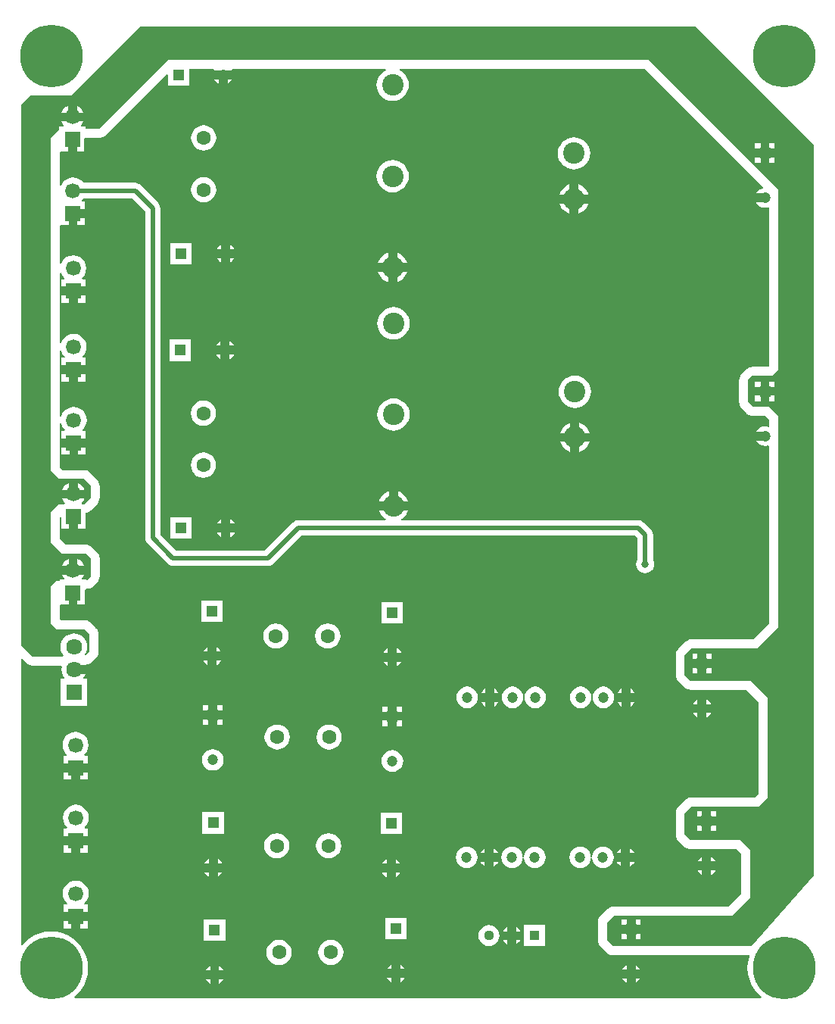
<source format=gbr>
%FSTAX23Y23*%
%MOIN*%
%SFA1B1*%

%IPPOS*%
%ADD16C,0.019685*%
%ADD18C,0.094488*%
%ADD19C,0.275590*%
%ADD20C,0.047244*%
%ADD21R,0.044488X0.044488*%
%ADD22C,0.044488*%
%ADD23R,0.047244X0.047244*%
%ADD24C,0.062992*%
%ADD25R,0.066535X0.066535*%
%ADD26C,0.066535*%
%ADD27R,0.070275X0.070275*%
%ADD28C,0.070275*%
%ADD29R,0.047244X0.047244*%
%ADD30C,0.031496*%
%LNpcb.psu.dcdc.001.a1_copper_signal_bot-1*%
%LPD*%
G36*
X00872Y04114D02*
X00875Y0411D01*
X00953*
X00956Y04114*
X01629Y04114*
X0163Y04109*
X0162Y04104*
X0161Y04095*
X01601Y04084*
X01594Y04072*
X0159Y04059*
X01589Y04045*
X0159Y04031*
X01594Y04018*
X01601Y04005*
X0161Y03994*
X0162Y03986*
X01633Y03979*
X01646Y03975*
X0166Y03974*
X01674Y03975*
X01687Y03979*
X01699Y03986*
X0171Y03994*
X01719Y04005*
X01726Y04018*
X0173Y04031*
X01731Y04045*
X0173Y04059*
X01726Y04072*
X01719Y04084*
X0171Y04095*
X01699Y04104*
X0169Y04109*
X01691Y04114*
X02772Y04114*
X03279Y03608*
X03279Y03608*
X03279Y03608*
X03292Y03595*
X0329Y0359*
X03288Y0359*
X03278Y03586*
X03269Y03579*
X03262Y0357*
X03261Y03567*
X033*
Y03528*
X03261*
X03262Y03526*
X03269Y03517*
X03278Y0351*
X03288Y03506*
X033Y03504*
X03311Y03506*
X03314Y03507*
X03318Y03504*
X03318Y02807*
X03315Y02804*
X03244Y02804*
X03239Y02803*
X03234Y02803*
X03234Y02803*
X03234Y02803*
X03229Y02801*
X03225Y02799*
X03224Y02799*
X03224Y02799*
X0322Y02796*
X03216Y02793*
X03198Y02775*
X03198Y02775*
X03198Y02775*
X03195Y02771*
X03192Y02767*
X03192Y02767*
X03191Y02767*
X0319Y02762*
X03188Y02757*
X03188Y02757*
X03188Y02757*
X03187Y02752*
X03186Y02747*
X03186Y02747*
X03186Y02747*
X03186Y02649*
Y02649*
Y02649*
X03187Y02644*
X03188Y02639*
X03188Y02639*
Y02639*
X03189Y02634*
X03191Y02629*
X03191Y02629*
X03191Y02629*
X03194Y02625*
X03198Y02621*
X03198Y02621*
X03198Y02621*
X03219Y02599*
X03223Y02596*
X03228Y02593*
X03228Y02593*
X03228Y02593*
X03232Y02591*
X03237Y02589*
X03237*
X03237Y02589*
X03242Y02588*
X03248Y02588*
X03301*
X03318Y02571*
Y02543*
X03314Y0254*
X03311Y02542*
X033Y02543*
X03288Y02542*
X03278Y02537*
X03269Y0253*
X03262Y02521*
X03261Y02519*
X033*
Y0248*
X03261*
X03262Y02478*
X03269Y02469*
X03278Y02462*
X03288Y02457*
X033Y02456*
X03311Y02457*
X03314Y02459*
X03318Y02456*
X03318Y01674*
X03249Y01605*
X02977Y01605*
X02967Y01604*
X02957Y016*
X02949Y01594*
Y01594*
X02918Y01563*
X02912Y01555*
X02908Y01545*
X02907Y01535*
X02907Y01449*
Y01449*
X02907Y01444*
X02908Y01439*
X02908Y01439*
X0291Y01435*
X02912Y01429*
Y01429*
X02915Y01426*
X02918Y01421*
Y01421*
X02945Y01395*
X02945Y01395*
X02945*
X02947Y01393*
X02953Y01388*
X02953*
Y01388*
X02958Y01386*
X02963Y01384*
X02963*
Y01384*
X02968Y01384*
X02973Y01383*
X03219Y01383*
X03272Y0133*
X03272Y00925*
X03255Y00908*
X02975Y00908*
X02965Y00907*
X02955Y00903*
X02947Y00897*
X02918Y00868*
X02912Y0086*
X02908Y0085*
X02907Y0084*
X02907Y00746*
X02907Y00741*
X02908Y00735*
Y00735*
Y00735*
X0291Y00731*
X02912Y00726*
X02912Y00726*
X02912Y00726*
X02916Y00721*
X02918Y00717*
X02918Y00717*
X02918*
X02942Y00694*
X02942Y00694*
X02942Y00694*
X02947Y0069*
X0295Y00688*
X0295Y00688*
X0295*
X02955Y00686*
X0296Y00684*
X0296*
X0296*
X02964Y00683*
X0297Y00682*
X0297Y00682*
X0297Y00682*
X03174Y00682*
X03194Y00662*
X03194Y00485*
X03139Y0043*
X02635*
X02625Y00429*
X02615Y00425*
X02607Y00418*
X02607Y00418*
X02576Y00387*
X02569Y00379*
X02565Y00369*
X02564Y00359*
Y00283*
X02565Y00273*
X02567Y00269*
X02569Y00263*
X02576Y00255*
X02576Y00255*
X02604Y00226*
X02613Y0022*
X02622Y00216*
X02632Y00215*
X0323*
X03233Y00211*
X03231Y00207*
X03225Y00182*
X03223Y00157*
X03225Y00132*
X03231Y00107*
X03241Y00083*
X03254Y00062*
X03271Y00042*
X03284Y00031*
X03283Y00026*
X0026*
X00258Y00031*
X00271Y00042*
X00288Y00062*
X00301Y00083*
X00311Y00107*
X00317Y00132*
X00319Y00157*
X00317Y00182*
X00311Y00207*
X00301Y0023*
X00288Y00252*
X00271Y00271*
X00252Y00288*
X0023Y00301*
X00207Y00311*
X00182Y00317*
X00157Y00319*
X00132Y00317*
X00107Y00311*
X00083Y00301*
X00062Y00288*
X00042Y00271*
X00031Y00258*
X00026Y0026*
Y01517*
X00031Y01519*
X00048Y01502*
X00056Y01496*
X00066Y01492*
X00076Y0149*
X00201Y0149*
X00204Y01485*
X00202Y01472*
X00204Y01458*
X00209Y01444*
X00216Y01436*
X00214Y01431*
X00199*
Y01313*
X00316*
Y01431*
X00301*
X00299Y01436*
X00305Y01444*
X00309Y01452*
X00257*
Y01492*
X00311*
X00313Y01494*
X00313Y01494*
X00316Y01495*
X0032Y01495*
X00321Y01496*
X00323Y01496*
X00326Y01498*
X00329Y01499*
X00331Y015*
X00332Y01501*
X00335Y01504*
X00337Y01506*
X00353Y01522*
Y01522*
X00353*
X00355Y01524*
X0036Y0153*
Y0153*
X00364Y01539*
Y01539*
X00364Y01545*
X00365Y0155*
X00365Y01627*
X00365Y01627*
X00365Y01627*
X00364Y01633*
X00364Y01638*
X00364Y01638*
Y01638*
X00362Y01642*
X0036Y01647*
X0036*
X0036Y01647*
X00356Y01652*
X00353Y01656*
X00353Y01656*
X00353Y01656*
X00331Y01678*
X00326Y01682*
X00322Y01684*
X00322Y01684*
X00317Y01687*
X00313Y01688*
X00313*
X00313*
X00307Y01689*
X00303Y0169*
X00201Y0169*
X00196Y01695*
X00196Y01756*
X00201Y01757*
X00234*
Y0181*
X00273*
Y01757*
X00306*
Y01823*
X00311Y01827*
X00313Y01827*
X00314Y01827*
X00315Y01827*
X00319Y01827*
X00323Y01827*
X00324Y01828*
X00325Y01828*
X00329Y01829*
X00333Y01831*
X00334Y01831*
X00335Y01832*
X00338Y01834*
X00341Y01837*
X00342Y01837*
X00343Y01838*
X00358Y01853*
X00365Y01862*
X00369Y01871*
X0037Y01881*
X0037Y01961*
X0037Y01961*
X0037Y01961*
X00369Y01967*
X00369Y01971*
Y01971*
Y01971*
X00367Y01976*
X00365Y01981*
X00365Y01981*
Y01981*
X00362Y01985*
X00358Y01989*
X00358Y01989*
X00358Y01989*
X00338Y0201*
X00338Y0201*
X00334Y02013*
X00329Y02016*
X00329Y02016*
X00329Y02016*
X00325Y02018*
X0032Y0202*
X0032*
X0032Y0202*
X00315Y02021*
X0031Y02021*
X00223Y02021*
X00196Y02048*
Y02143*
X00196Y02143*
X00201Y02141*
Y02091*
X00234*
Y02144*
X00274*
Y02091*
X00307*
Y02161*
X00313Y02162*
X00323Y02166*
X00331Y02172*
X00358Y022*
X00358*
X00361Y02203*
X00365Y02208*
X00365Y02208*
X00366Y02213*
X00369Y02218*
Y02218*
X00369Y02223*
X0037Y02228*
Y02228*
Y02228*
X0037Y0228*
X00369Y0229*
X00365Y023*
X00358Y02308*
Y02308*
X00328Y02339*
Y02339*
X00328*
X00328Y02339*
X00325Y02341*
X0032Y02345*
X0032*
Y02345*
X00316Y02347*
X0031Y02349*
X0031*
X0031Y02349*
X00305Y0235*
X003Y0235*
X00208Y0235*
X00196Y02362*
X00196Y02555*
X00201Y02556*
X00201Y02555*
X00206Y02541*
X00216Y0253*
X00218Y02528*
X00216Y02523*
X00203*
Y0249*
X00256*
X00309*
Y02523*
X00296*
X00295Y02528*
X00297Y0253*
X00306Y02541*
X00312Y02555*
X00314Y0257*
X00312Y02585*
X00306Y02599*
X00297Y02611*
X00285Y0262*
X00271Y02626*
X00256Y02628*
X00241Y02626*
X00228Y0262*
X00216Y02611*
X00206Y02599*
X00201Y02585*
X00201Y02585*
X00196Y02585*
Y02874*
X00201Y02875*
X00206Y02863*
X00215Y02851*
X00217Y0285*
X00215Y02845*
X00202*
Y02812*
X00255*
X00308*
Y02845*
X00295*
X00294Y0285*
X00296Y02851*
X00305Y02863*
X00311Y02877*
X00313Y02892*
X00311Y02907*
X00305Y02921*
X00296Y02933*
X00284Y02942*
X0027Y02947*
X00255Y02949*
X0024Y02947*
X00227Y02942*
X00215Y02933*
X00206Y02921*
X00201Y02909*
X00196Y0291*
Y03216*
X00201Y03217*
X00204Y03209*
X00213Y03197*
X00216Y03195*
X00214Y0319*
X00201*
Y03157*
X00254*
X00307*
Y0319*
X00294*
X00292Y03195*
X00295Y03197*
X00304Y03209*
X00309Y03222*
X00311Y03237*
X00309Y03252*
X00304Y03266*
X00295Y03278*
X00283Y03287*
X00269Y03293*
X00254Y03295*
X00239Y03293*
X00225Y03287*
X00213Y03278*
X00204Y03266*
X00201Y03257*
X00196Y03258*
Y03426*
X002Y03427*
X00201*
X00234*
Y0348*
X00253*
Y035*
X00306*
Y03533*
X00293*
X00292Y03538*
X00294Y03539*
X00299Y03546*
X00513*
X0057Y03489*
Y02051*
X00571Y02042*
X00575Y02034*
X0058Y02027*
X0067Y01937*
X00677Y01932*
X00685Y01929*
X00693Y01927*
X0111*
X01118Y01929*
X01127Y01932*
X01134Y01937*
X01259Y02062*
X02729*
X02739Y02051*
Y01956*
X02739Y01955*
X02735Y01946*
X02733Y01936*
X02735Y01925*
X02739Y01916*
X02745Y01907*
X02753Y01901*
X02763Y01897*
X02773Y01896*
X02783Y01897*
X02793Y01901*
X02801Y01907*
X02808Y01916*
X02811Y01925*
X02813Y01936*
X02811Y01946*
X02808Y01955*
X02807Y01956*
Y02065*
X02806Y02074*
X02802Y02082*
X02797Y02089*
X02766Y0212*
X02759Y02125*
X02751Y02129*
X02743Y0213*
X01699*
X01698Y02135*
X01701Y02136*
X01711Y02145*
X0172Y02155*
X01726Y02167*
X01728Y02173*
X01664*
X016*
X01602Y02167*
X01608Y02155*
X01616Y02145*
X01627Y02136*
X0163Y02135*
X01629Y0213*
X01245*
X01236Y02129*
X01228Y02125*
X01221Y0212*
X01096Y01995*
X00707*
X00638Y02065*
Y03503*
X00636Y03512*
X00633Y0352*
X00628Y03527*
X00551Y03604*
X00544Y03609*
X00536Y03612*
X00527Y03614*
X00299*
X00294Y03621*
X00282Y0363*
X00268Y03635*
X00253Y03637*
X00238Y03635*
X00225Y0363*
X00213Y03621*
X00204Y03609*
X00201Y03602*
X00196Y03603*
Y03746*
X00197Y03751*
X0023*
Y03804*
X0027*
Y03751*
X00303*
Y0381*
X00305Y03812*
X00308Y03813*
X00371*
X00381Y03814*
X0039Y03818*
X00399Y03825*
X00665Y04091*
X0067Y04089*
Y04043*
X00764*
Y04114*
X00872Y04114*
G37*
G36*
X03516Y03781D02*
Y00564D01*
X0324Y00254*
X02632*
X02604Y00283*
X02604Y00359*
X02635Y0039*
X03155*
X03234Y00469*
X03234Y00679*
X0319Y00722*
X0297Y00722*
X02946Y00746*
X02946Y0084*
X02975Y00869*
X03271Y00869*
X03312Y00909*
X03312Y01347*
X03236Y01423*
X02973Y01423*
X02946Y01449*
X02946Y01535*
X02977Y01565*
X03265Y01565*
X03358Y01658*
X03358Y02587*
X03317Y02627*
X03248*
X03226Y02649*
X03226Y02747*
X03244Y02764*
X03331Y02764*
X03358Y02791*
X03358Y03585*
X03307Y03636*
X02789Y04154*
X00672Y04154*
X00371Y03853*
X00307Y03853*
Y03861*
X00289*
X00287Y03865*
X00288Y03866*
X00296Y03877*
X00299Y03884*
X0025*
X00201*
X00204Y03877*
X00212Y03866*
X00213Y03865*
X00212Y03861*
X00193*
Y03849*
X00156Y03813*
Y02346*
X00191Y02311*
X003Y02311*
X0033Y0228*
X0033Y02228*
X00303Y022*
X00293*
X00291Y02205*
X00292Y02206*
X003Y02217*
X00303Y02224*
X00254*
X00205*
X00208Y02217*
X00216Y02206*
X00217Y02205*
X00215Y022*
X00197*
Y02198*
X0019*
X00156Y02164*
Y02032*
X00206Y01982*
X0031Y01982*
X0033Y01961*
X0033Y01881*
X00315Y01866*
X0031Y01867*
X00292*
X0029Y01871*
X00291Y01872*
X00299Y01883*
X00302Y0189*
X00253*
X00204*
X00207Y01883*
X00215Y01872*
X00216Y01871*
X00215Y01867*
X00196*
Y01863*
X00182*
X00156Y01837*
X00156Y01674*
X0018Y0165*
X00303Y0165*
X00325Y01627*
X00325Y0155*
X00309Y01534*
X00309Y01534*
X00306Y01539*
X00312Y01549*
X00315Y0156*
X00316Y01572*
X00315Y01583*
X00312Y01595*
X00306Y01605*
X00299Y01614*
X0029Y01621*
X0028Y01626*
X00269Y0163*
X00257Y01631*
X00246Y0163*
X00235Y01626*
X00225Y01621*
X00216Y01614*
X00208Y01605*
X00203Y01595*
X00199Y01583*
X00198Y01572*
X00199Y0156*
X00203Y01549*
X00208Y01539*
X00212Y01535*
X00209Y0153*
X00076Y0153*
X00026Y0158*
Y0396*
X00064Y03999*
X00245Y03999*
X00549Y04303*
X02994*
X03516Y03781*
G37*
%LNpcb.psu.dcdc.001.a1_copper_signal_bot-2*%
%LPC*%
G36*
X00266Y00877D02*
X00251Y00875D01*
X00237Y00869*
X00225Y0086*
X00216Y00848*
X0021Y00834*
X00208Y00819*
X0021Y00805*
X00216Y00791*
X00225Y00779*
X00228Y00777*
X00226Y00772*
X00213*
Y00739*
X00266*
X00319*
Y00772*
X00306*
X00304Y00777*
X00306Y00779*
X00316Y00791*
X00321Y00805*
X00323Y00819*
X00321Y00834*
X00316Y00848*
X00306Y0086*
X00295Y00869*
X00281Y00875*
X00266Y00877*
G37*
G36*
X01701Y00842D02*
X01607D01*
Y00748*
X01701*
Y00842*
G37*
G36*
X00246Y007D02*
X00213D01*
Y00666*
X00246*
Y007*
G37*
G36*
X00319D02*
X00286D01*
Y00666*
X00319*
Y007*
G37*
G36*
X00918Y00844D02*
X00823D01*
Y0075*
X00918*
Y00844*
G37*
G36*
X02706Y00684D02*
Y00665D01*
X02725*
X02724Y00667*
X02717Y00676*
X02708Y00683*
X02706Y00684*
G37*
G36*
X01378Y00752D02*
X01364Y0075D01*
X01351Y00744*
X01339Y00736*
X0133Y00724*
X01325Y00711*
X01323Y00696*
X01325Y00682*
X0133Y00669*
X01339Y00657*
X01351Y00648*
X01364Y00643*
X01378Y00641*
X01393Y00643*
X01406Y00648*
X01418Y00657*
X01427Y00669*
X01432Y00682*
X01434Y00696*
X01432Y00711*
X01427Y00724*
X01418Y00736*
X01406Y00744*
X01393Y0075*
X01378Y00752*
G37*
G36*
X0115D02*
X01136Y0075D01*
X01122Y00744*
X01111Y00736*
X01102Y00724*
X01096Y00711*
X01094Y00696*
X01096Y00682*
X01102Y00669*
X01111Y00657*
X01122Y00648*
X01136Y00643*
X0115Y00641*
X01164Y00643*
X01178Y00648*
X01189Y00657*
X01198Y00669*
X01204Y00682*
X01206Y00696*
X01204Y00711*
X01198Y00724*
X01189Y00736*
X01178Y00744*
X01164Y0075*
X0115Y00752*
G37*
G36*
X03062Y00646D02*
Y00627D01*
X03082*
X03081Y0063*
X03074Y00639*
X03065Y00646*
X03062Y00646*
G37*
G36*
X0089Y00639D02*
Y0062D01*
X00909*
X00908Y00622*
X00901Y00631*
X00892Y00638*
X0089Y00639*
G37*
G36*
X03023Y00646D02*
X03021Y00646D01*
X03012Y00639*
X03005Y0063*
X03004Y00627*
X03023*
Y00646*
G37*
G36*
X02106Y00684D02*
Y00665D01*
X02125*
X02124Y00667*
X02117Y00676*
X02108Y00683*
X02106Y00684*
G37*
G36*
X02666Y00684D02*
X02664Y00683D01*
X02655Y00676*
X02648Y00667*
X02647Y00665*
X02666*
Y00684*
G37*
G36*
X02066Y00684D02*
X02064Y00683D01*
X02055Y00676*
X02048Y00667*
X02047Y00665*
X02066*
Y00684*
G37*
G36*
X02586Y00693D02*
X02574Y00691D01*
X02562Y00686*
X02552Y00679*
X02545Y00669*
X0254Y00658*
X02539Y00649*
X02539Y00646*
X02534*
X02533Y00649*
X02532Y00658*
X02527Y00669*
X0252Y00679*
X0251Y00686*
X02498Y00691*
X02486Y00693*
X02474Y00691*
X02462Y00686*
X02452Y00679*
X02445Y00669*
X0244Y00658*
X02438Y00645*
X0244Y00633*
X02445Y00621*
X02452Y00611*
X02462Y00604*
X02474Y00599*
X02486Y00598*
X02498Y00599*
X0251Y00604*
X0252Y00611*
X02527Y00621*
X02532Y00633*
X02533Y00642*
X02534Y00644*
X02539*
X02539Y00642*
X0254Y00633*
X02545Y00621*
X02552Y00611*
X02562Y00604*
X02574Y00599*
X02586Y00598*
X02598Y00599*
X0261Y00604*
X0262Y00611*
X02627Y00621*
X02629Y00625*
X02632Y00633*
X02634Y00645*
X02634Y00645*
Y00645*
X02632Y00658*
X02627Y00669*
X0262Y00679*
X0261Y00686*
X02598Y00691*
X02586Y00693*
G37*
G36*
X02286Y00693D02*
X02274Y00691D01*
X02262Y00686*
X02252Y00679*
X02245Y00669*
X0224Y00658*
X02239Y00649*
X02239Y00646*
X02234*
X02233Y00649*
X02232Y00658*
X02227Y00669*
X0222Y00679*
X0221Y00686*
X02198Y00691*
X02186Y00693*
X02174Y00691*
X02162Y00686*
X02152Y00679*
X02145Y00669*
X0214Y00658*
X02138Y00645*
X0214Y00633*
X02145Y00621*
X02152Y00611*
X02162Y00604*
X02174Y00599*
X02186Y00598*
X02198Y00599*
X0221Y00604*
X0222Y00611*
X02227Y00621*
X02232Y00633*
X02233Y00642*
X02234Y00644*
X02239*
X02239Y00642*
X0224Y00633*
X02245Y00621*
X02252Y00611*
X02262Y00604*
X02274Y00599*
X02286Y00598*
X02298Y00599*
X0231Y00604*
X0232Y00611*
X02327Y00621*
X02332Y00633*
X02334Y00645*
X02332Y00658*
X02327Y00669*
X0232Y00679*
X0231Y00686*
X02298Y00691*
X02286Y00693*
G37*
G36*
X00244Y0102D02*
X00211D01*
Y00987*
X00244*
Y0102*
G37*
G36*
X00849Y01314D02*
X00825D01*
Y01291*
X00849*
Y01314*
G37*
G36*
X00912D02*
X00888D01*
Y01291*
X00912*
Y01314*
G37*
G36*
X01702Y0131D02*
X01679D01*
Y01286*
X01702*
Y0131*
G37*
G36*
X03003Y01281D02*
X02984D01*
X02985Y01279*
X02992Y0127*
X03001Y01263*
X03003Y01262*
Y01281*
G37*
G36*
X01639Y0131D02*
X01616D01*
Y01286*
X01639*
Y0131*
G37*
G36*
X02668Y01329D02*
X02649D01*
X0265Y01327*
X02657Y01318*
X02666Y01311*
X02668Y0131*
Y01329*
G37*
G36*
X02068D02*
X02049D01*
X0205Y01327*
X02057Y01318*
X02066Y01311*
X02068Y0131*
Y01329*
G37*
G36*
X02127D02*
X02108D01*
Y0131*
X0211Y01311*
X02119Y01318*
X02126Y01327*
X02127Y01329*
G37*
G36*
X01988Y01397D02*
X01976Y01395D01*
X01964Y0139*
X01954Y01383*
X01947Y01373*
X01942Y01361*
X0194Y01349*
X01942Y01337*
X01947Y01325*
X01954Y01315*
X01964Y01308*
X01976Y01303*
X01988Y01301*
X02Y01303*
X02012Y01308*
X02022Y01315*
X02029Y01325*
X02031Y01329*
Y01329*
X02034Y01337*
X02036Y01349*
Y01349*
Y01349*
X02034Y01361*
X02031Y01369*
Y01369*
X02031*
X02029Y01373*
X02022Y01383*
X02012Y0139*
X02Y01395*
X01988Y01397*
G37*
G36*
X02727Y01329D02*
X02708D01*
Y0131*
X0271Y01311*
X02719Y01318*
X02726Y01327*
X02727Y01329*
G37*
G36*
X03062Y01281D02*
X03043D01*
Y01262*
X03045Y01263*
X03054Y0127*
X03061Y01279*
X03062Y01281*
G37*
G36*
X00264Y01197D02*
X00249Y01195D01*
X00235Y0119*
X00223Y01181*
X00214Y01169*
X00209Y01155*
X00207Y0114*
X00209Y01125*
X00214Y01111*
X00223Y01099*
X00226Y01098*
X00224Y01093*
X00211*
Y0106*
X00264*
X00317*
Y01093*
X00304*
X00302Y01098*
X00305Y01099*
X00314Y01111*
X00319Y01125*
X00321Y0114*
X00319Y01155*
X00314Y01169*
X00305Y01181*
X00293Y0119*
X00279Y01195*
X00264Y01197*
G37*
G36*
X01152Y0123D02*
X01138Y01228D01*
X01124Y01223*
X01113Y01214*
X01104Y01202*
X01098Y01189*
X01096Y01175*
X01098Y0116*
X01104Y01147*
X01113Y01135*
X01124Y01127*
X01138Y01121*
X01152Y01119*
X01166Y01121*
X0118Y01127*
X01191Y01135*
X012Y01147*
X01206Y0116*
X01208Y01175*
X01206Y01189*
X012Y01202*
X01191Y01214*
X0118Y01223*
X01166Y01228*
X01152Y0123*
G37*
G36*
X00869Y01122D02*
X00856Y0112D01*
X00845Y01116*
X00835Y01108*
X00827Y01098*
X00823Y01087*
X00821Y01074*
X00823Y01062*
X00827Y0105*
X00835Y01041*
X00845Y01033*
X00856Y01028*
X00869Y01027*
X00881Y01028*
X00892Y01033*
X00902Y01041*
X0091Y0105*
X00915Y01062*
X00916Y01074*
X00915Y01087*
X0091Y01098*
X00902Y01108*
X00892Y01116*
X00881Y0112*
X00869Y01122*
G37*
G36*
X00317Y0102D02*
X00284D01*
Y00987*
X00317*
Y0102*
G37*
G36*
X01659Y01117D02*
X01647Y01115D01*
X01635Y01111*
X01625Y01103*
X01618Y01093*
X01613Y01082*
X01611Y01069*
X01613Y01057*
X01618Y01046*
X01625Y01036*
X01635Y01028*
X01647Y01023*
X01659Y01022*
X01671Y01023*
X01683Y01028*
X01693Y01036*
X017Y01046*
X01705Y01057*
X01707Y01069*
X01705Y01082*
X017Y01093*
X01693Y01103*
X01683Y01111*
X01671Y01115*
X01659Y01117*
G37*
G36*
X00849Y01251D02*
X00825D01*
Y01228*
X00849*
Y01251*
G37*
G36*
X00912D02*
X00888D01*
Y01228*
X00912*
Y01251*
G37*
G36*
X01702Y01247D02*
X01679D01*
Y01223*
X01702*
Y01247*
G37*
G36*
X0138Y0123D02*
X01366Y01228D01*
X01353Y01223*
X01341Y01214*
X01332Y01202*
X01327Y01189*
X01325Y01175*
X01327Y0116*
X01332Y01147*
X01341Y01135*
X01353Y01127*
X01366Y01121*
X0138Y01119*
X01395Y01121*
X01408Y01127*
X0142Y01135*
X01429Y01147*
X01434Y0116*
X01436Y01175*
X01434Y01189*
X01429Y01202*
X0142Y01214*
X01408Y01223*
X01395Y01228*
X0138Y0123*
G37*
G36*
X01639Y01247D02*
X01616D01*
Y01223*
X01639*
Y01247*
G37*
G36*
X02084Y00347D02*
X02072Y00345D01*
X02061Y00341*
X02051Y00333*
X02044Y00324*
X02039Y00313*
X02038Y00301*
X02039Y00289*
X02044Y00278*
X02051Y00268*
X02061Y00261*
X02072Y00256*
X02084Y00254*
X02096Y00256*
X02107Y00261*
X02117Y00268*
X02124Y00278*
X02129Y00289*
X0213Y00301*
X02129Y00313*
X02124Y00324*
X02117Y00333*
X02107Y00341*
X02096Y00345*
X02084Y00347*
G37*
G36*
X0233Y00347D02*
X02238D01*
Y00255*
X0233*
Y00347*
G37*
G36*
X01388Y00282D02*
X01374Y00281D01*
X0136Y00275*
X01349Y00266*
X0134Y00255*
X01335Y00241*
X01333Y00227*
X01335Y00212*
X0134Y00199*
X01349Y00188*
X0136Y00179*
X01374Y00173*
X01388Y00171*
X01403Y00173*
X01416Y00179*
X01428Y00188*
X01436Y00199*
X01442Y00212*
X01444Y00227*
X01442Y00241*
X01436Y00255*
X01428Y00266*
X01416Y00275*
X01403Y00281*
X01388Y00282*
G37*
G36*
X01694Y00173D02*
Y00154D01*
X01713*
X01713Y00156*
X01706Y00165*
X01697Y00172*
X01694Y00173*
G37*
G36*
X0116Y00282D02*
X01146Y00281D01*
X01132Y00275*
X01121Y00266*
X01112Y00255*
X01106Y00241*
X01104Y00227*
X01106Y00212*
X01112Y00199*
X01121Y00188*
X01132Y00179*
X01146Y00173*
X0116Y00171*
X01174Y00173*
X01188Y00179*
X01199Y00188*
X01208Y00199*
X01214Y00212*
X01216Y00227*
X01214Y00241*
X01208Y00255*
X01199Y00266*
X01188Y00275*
X01174Y00281*
X0116Y00282*
G37*
G36*
X01722Y00378D02*
X01627D01*
Y00284*
X01722*
Y00378*
G37*
G36*
X00924Y00373D02*
X00829D01*
Y00278*
X00924*
Y00373*
G37*
G36*
X02164Y00281D02*
X02147D01*
X02147Y0028*
X02154Y00271*
X02163Y00264*
X02164Y00263*
Y00281*
G37*
G36*
X02221D02*
X02204D01*
Y00263*
X02205Y00264*
X02214Y00271*
X02221Y0028*
X02221Y00281*
G37*
G36*
X01655Y00173D02*
X01653Y00172D01*
X01644Y00165*
X01637Y00156*
X01636Y00154*
X01655*
Y00173*
G37*
G36*
X0269Y00113D02*
X02671D01*
X02672Y00111*
X02679Y00101*
X02688Y00095*
X0269Y00094*
Y00113*
G37*
G36*
X01713Y00115D02*
X01694D01*
Y00096*
X01697Y00097*
X01706Y00103*
X01713Y00113*
X01713Y00115*
G37*
G36*
X02749Y00113D02*
X0273D01*
Y00094*
X02732Y00095*
X02741Y00101*
X02748Y00111*
X02749Y00113*
G37*
G36*
X00857Y00109D02*
X00838D01*
X00839Y00107*
X00846Y00098*
X00855Y00091*
X00857Y0009*
Y00109*
G37*
G36*
X00915D02*
X00896D01*
Y0009*
X00898Y00091*
X00907Y00098*
X00914Y00107*
X00915Y00109*
G37*
G36*
X0269Y00171D02*
X02688Y0017D01*
X02679Y00163*
X02672Y00154*
X02671Y00152*
X0269*
Y00171*
G37*
G36*
X0273Y00171D02*
Y00152D01*
X02749*
X02748Y00154*
X02741Y00163*
X02732Y0017*
X0273Y00171*
G37*
G36*
X00896Y00167D02*
Y00148D01*
X00915*
X00914Y0015*
X00907Y00159*
X00898Y00166*
X00896Y00167*
G37*
G36*
X01655Y00115D02*
X01636D01*
X01637Y00113*
X01644Y00103*
X01653Y00097*
X01655Y00096*
Y00115*
G37*
G36*
X00857Y00167D02*
X00855Y00166D01*
X00846Y00159*
X00839Y0015*
X00838Y00148*
X00857*
Y00167*
G37*
G36*
X02725Y00625D02*
X02706D01*
Y00606*
X02708Y00607*
X02717Y00614*
X02724Y00623*
X02725Y00625*
G37*
G36*
X02125Y00625D02*
X02106D01*
Y00606*
X02108Y00607*
X02117Y00614*
X02124Y00623*
X02125Y00625*
G37*
G36*
X01986Y00693D02*
X01974Y00691D01*
X01962Y00686*
X01952Y00679*
X01945Y00669*
X0194Y00658*
X01938Y00645*
X0194Y00633*
X01945Y00621*
X01952Y00611*
X01962Y00604*
X01974Y00599*
X01986Y00598*
X01998Y00599*
X0201Y00604*
X0202Y00611*
X02027Y00621*
X02032Y00633*
X02034Y00645*
X02032Y00658*
X02027Y00669*
X0202Y00679*
X0201Y00686*
X01998Y00691*
X01986Y00693*
G37*
G36*
X03023Y00588D02*
X03004D01*
X03005Y00586*
X03012Y00577*
X03021Y0057*
X03023Y00569*
Y00588*
G37*
G36*
X03082D02*
X03062D01*
Y00569*
X03065Y0057*
X03074Y00577*
X03081Y00586*
X03082Y00588*
G37*
G36*
X01674Y00637D02*
Y00618D01*
X01693*
X01692Y0062*
X01685Y00629*
X01676Y00636*
X01674Y00637*
G37*
G36*
X00851Y00639D02*
X00849Y00638D01*
X0084Y00631*
X00833Y00622*
X00832Y0062*
X00851*
Y00639*
G37*
G36*
X01634Y00637D02*
X01632Y00636D01*
X01623Y00629*
X01616Y0062*
X01615Y00618*
X01634*
Y00637*
G37*
G36*
X02666Y00625D02*
X02647D01*
X02648Y00623*
X02655Y00614*
X02664Y00607*
X02666Y00606*
Y00625*
G37*
G36*
X02066Y00625D02*
X02047D01*
X02048Y00623*
X02055Y00614*
X02064Y00607*
X02066Y00606*
Y00625*
G37*
G36*
X00909Y0058D02*
X0089D01*
Y00561*
X00892Y00562*
X00901Y00569*
X00908Y00578*
X00909Y0058*
G37*
G36*
X00318Y00366D02*
X00285D01*
Y00333*
X00318*
Y00366*
G37*
G36*
X00245D02*
X00212D01*
Y00333*
X00245*
Y00366*
G37*
G36*
X02164Y00338D02*
X02163Y00337D01*
X02154Y00331*
X02147Y00322*
X02147Y0032*
X02164*
Y00338*
G37*
G36*
X02204Y00338D02*
Y0032D01*
X02221*
X02221Y00322*
X02214Y00331*
X02205Y00337*
X02204Y00338*
G37*
G36*
X01634Y00578D02*
X01615D01*
X01616Y00576*
X01623Y00567*
X01632Y0056*
X01634Y00559*
Y00578*
G37*
G36*
X00851Y0058D02*
X00832D01*
X00833Y00578*
X0084Y00569*
X00849Y00562*
X00851Y00561*
Y0058*
G37*
G36*
X01693Y00578D02*
X01674D01*
Y00559*
X01676Y0056*
X01685Y00567*
X01692Y00576*
X01693Y00578*
G37*
G36*
X00265Y00543D02*
X0025Y00541D01*
X00236Y00535*
X00224Y00526*
X00215Y00514*
X00209Y00501*
X00207Y00486*
X00209Y00471*
X00215Y00457*
X00224Y00445*
X00227Y00443*
X00225Y00439*
X00212*
Y00405*
X00265*
X00318*
Y00439*
X00305*
X00303Y00443*
X00305Y00445*
X00315Y00457*
X0032Y00471*
X00322Y00486*
X0032Y00501*
X00315Y00514*
X00305Y00526*
X00294Y00535*
X0028Y00541*
X00265Y00543*
G37*
G36*
X00234Y03118D02*
X00201D01*
Y03084*
X00234*
Y03118*
G37*
G36*
X00307D02*
X00274D01*
Y03084*
X00307*
Y03118*
G37*
G36*
X01664Y03067D02*
X0165Y03065D01*
X01637Y03061*
X01624Y03055*
X01614Y03046*
X01605Y03035*
X01598Y03023*
X01594Y03009*
X01593Y02996*
X01594Y02982*
X01598Y02968*
X01605Y02956*
X01614Y02945*
X01624Y02936*
X01637Y0293*
X0165Y02926*
X01664Y02924*
X01678Y02926*
X01691Y0293*
X01703Y02936*
X01714Y02945*
X01723Y02956*
X0173Y02968*
X01734Y02982*
X01735Y02996*
X01734Y03009*
X0173Y03023*
X01723Y03035*
X01714Y03046*
X01703Y03055*
X01691Y03061*
X01678Y03065*
X01664Y03067*
G37*
G36*
X00903Y02916D02*
X00901Y02915D01*
X00892Y02908*
X00885Y02899*
X00884Y02897*
X00903*
Y02916*
G37*
G36*
X00942D02*
Y02897D01*
X00961*
X00961Y02899*
X00954Y02908*
X00945Y02915*
X00942Y02916*
G37*
G36*
X0164Y03306D02*
X01634Y03304D01*
X01623Y03298*
X01612Y03289*
X01604Y03279*
X01598Y03267*
X01596Y03261*
X0164*
Y03306*
G37*
G36*
X0168Y03306D02*
Y03261D01*
X01724*
X01722Y03267*
X01716Y03279*
X01707Y03289*
X01697Y03298*
X01686Y03304*
X0168Y03306*
G37*
G36*
X00775Y0335D02*
X00681D01*
Y03255*
X00775*
Y0335*
G37*
G36*
X0164Y03222D02*
X01596D01*
X01598Y03216*
X01604Y03204*
X01612Y03194*
X01623Y03186*
X01634Y03179*
X0164Y03178*
Y03222*
G37*
G36*
X01724D02*
X0168D01*
Y03178*
X01686Y03179*
X01697Y03186*
X01707Y03194*
X01716Y03204*
X01722Y03216*
X01724Y03222*
G37*
G36*
X00961Y02858D02*
X00942D01*
Y02839*
X00945Y0284*
X00954Y02847*
X00961Y02856*
X00961Y02858*
G37*
G36*
X00827Y02655D02*
X00813Y02654D01*
X00799Y02648*
X00788Y02639*
X00779Y02628*
X00774Y02614*
X00772Y026*
X00774Y02586*
X00779Y02572*
X00788Y02561*
X00799Y02552*
X00813Y02546*
X00827Y02544*
X00842Y02546*
X00855Y02552*
X00867Y02561*
X00875Y02572*
X00881Y02586*
X00883Y026*
X00881Y02614*
X00875Y02628*
X00867Y02639*
X00855Y02648*
X00842Y02654*
X00827Y02655*
G37*
G36*
X02463Y02766D02*
X02449Y02764D01*
X02436Y0276*
X02424Y02754*
X02413Y02745*
X02404Y02734*
X02397Y02722*
X02393Y02708*
X02392Y02694*
X02393Y0268*
X02397Y02667*
X02404Y02655*
X02413Y02644*
X02424Y02635*
X02436Y02629*
X02449Y02625*
X02463Y02623*
X02477Y02625*
X0249Y02629*
X02503Y02635*
X02513Y02644*
X02522Y02655*
X02529Y02667*
X02533Y0268*
X02534Y02694*
X02533Y02708*
X02529Y02722*
X02522Y02734*
X02513Y02745*
X02503Y02754*
X0249Y0276*
X02477Y02764*
X02463Y02766*
G37*
G36*
X00773Y02925D02*
X00679D01*
Y0283*
X00773*
Y02925*
G37*
G36*
X00903Y02858D02*
X00884D01*
X00885Y02856*
X00892Y02847*
X00901Y0284*
X00903Y02839*
Y02858*
G37*
G36*
X00308Y02772D02*
X00275D01*
Y02739*
X00308*
Y02772*
G37*
G36*
X00236D02*
X00202D01*
Y02739*
X00236*
Y02772*
G37*
G36*
X00828Y03867D02*
X00814Y03865D01*
X008Y0386*
X00789Y03851*
X0078Y03839*
X00775Y03826*
X00773Y03812*
X00775Y03797*
X0078Y03784*
X00789Y03772*
X008Y03763*
X00814Y03758*
X00828Y03756*
X00843Y03758*
X00856Y03763*
X00868Y03772*
X00876Y03784*
X00882Y03797*
X00884Y03812*
X00882Y03826*
X00876Y03839*
X00868Y03851*
X00856Y0386*
X00843Y03865*
X00828Y03867*
G37*
G36*
X02459Y03815D02*
X02445Y03813D01*
X02432Y03809*
X0242Y03803*
X02409Y03794*
X024Y03783*
X02393Y03771*
X02389Y03757*
X02388Y03744*
X02389Y0373*
X02393Y03716*
X024Y03704*
X02409Y03693*
X0242Y03684*
X02432Y03678*
X02445Y03674*
X02459Y03672*
X02473Y03674*
X02486Y03678*
X02499Y03684*
X02509Y03693*
X02518Y03704*
X02525Y03716*
X02529Y0373*
X0253Y03744*
X02529Y03757*
X02525Y03771*
X02518Y03783*
X02509Y03794*
X02499Y03803*
X02486Y03809*
X02473Y03813*
X02459Y03815*
G37*
G36*
X00894Y0407D02*
X00875D01*
X00876Y04068*
X00883Y04059*
X00892Y04052*
X00894Y04051*
Y0407*
G37*
G36*
X00953D02*
X00934D01*
Y04051*
X00936Y04052*
X00945Y04059*
X00952Y04068*
X00953Y0407*
G37*
G36*
X0166Y03714D02*
X01646Y03713D01*
X01633Y03709*
X0162Y03702*
X0161Y03694*
X01601Y03683*
X01594Y0367*
X0159Y03657*
X01589Y03643*
X0159Y03629*
X01594Y03616*
X01601Y03604*
X0161Y03593*
X0162Y03584*
X01633Y03577*
X01646Y03573*
X0166Y03572*
X01674Y03573*
X01687Y03577*
X01699Y03584*
X0171Y03593*
X01719Y03604*
X01726Y03616*
X0173Y03629*
X01731Y03643*
X0173Y03657*
X01726Y0367*
X01719Y03683*
X0171Y03694*
X01699Y03702*
X01687Y03709*
X01674Y03713*
X0166Y03714*
G37*
G36*
X00944Y03341D02*
Y03322D01*
X00963*
X00963Y03324*
X00956Y03334*
X00947Y0334*
X00944Y03341*
G37*
G36*
X00306Y0346D02*
X00273D01*
Y03427*
X00306*
Y0346*
G37*
G36*
X00905Y03341D02*
X00903Y0334D01*
X00894Y03334*
X00887Y03324*
X00886Y03322*
X00905*
Y03341*
G37*
G36*
Y03283D02*
X00886D01*
X00887Y03281*
X00894Y03272*
X00903Y03265*
X00905Y03264*
Y03283*
G37*
G36*
X00963D02*
X00944D01*
Y03264*
X00947Y03265*
X00956Y03272*
X00963Y03281*
X00963Y03283*
G37*
G36*
X02439Y03607D02*
X02433Y03605D01*
X02422Y03599*
X02412Y0359*
X02403Y0358*
X02397Y03569*
X02395Y03562*
X02439*
Y03607*
G37*
G36*
X02479Y03607D02*
Y03562D01*
X02523*
X02521Y03569*
X02515Y0358*
X02507Y0359*
X02497Y03599*
X02485Y03605*
X02479Y03607*
G37*
G36*
X00828Y03639D02*
X00814Y03637D01*
X008Y03631*
X00789Y03622*
X0078Y03611*
X00775Y03598*
X00773Y03583*
X00775Y03569*
X0078Y03555*
X00789Y03544*
X008Y03535*
X00814Y03529*
X00828Y03528*
X00843Y03529*
X00856Y03535*
X00868Y03544*
X00876Y03555*
X00882Y03569*
X00884Y03583*
X00882Y03598*
X00876Y03611*
X00868Y03622*
X00856Y03631*
X00843Y03637*
X00828Y03639*
G37*
G36*
X02439Y03523D02*
X02395D01*
X02397Y03517*
X02403Y03505*
X02412Y03495*
X02422Y03487*
X02433Y03481*
X02439Y03479*
Y03523*
G37*
G36*
X02523D02*
X02479D01*
Y03479*
X02485Y03481*
X02497Y03487*
X02507Y03495*
X02515Y03505*
X02521Y03517*
X02523Y03523*
G37*
G36*
X01664Y02665D02*
X0165Y02664D01*
X01637Y0266*
X01624Y02653*
X01614Y02644*
X01605Y02634*
X01598Y02621*
X01594Y02608*
X01593Y02594*
X01594Y0258*
X01598Y02567*
X01605Y02554*
X01614Y02544*
X01624Y02535*
X01637Y02528*
X0165Y02524*
X01664Y02523*
X01678Y02524*
X01691Y02528*
X01703Y02535*
X01714Y02544*
X01723Y02554*
X0173Y02567*
X01734Y0258*
X01735Y02594*
X01734Y02608*
X0173Y02621*
X01723Y02634*
X01714Y02644*
X01703Y02653*
X01691Y0266*
X01678Y02664*
X01664Y02665*
G37*
G36*
X00904Y01511D02*
X00885D01*
Y01492*
X00887Y01493*
X00897Y015*
X00903Y01509*
X00904Y01511*
G37*
G36*
X01639Y01506D02*
X0162D01*
X01621Y01504*
X01628Y01495*
X01637Y01488*
X01639Y01487*
Y01506*
G37*
G36*
X00846Y01511D02*
X00827D01*
X00828Y01509*
X00835Y015*
X00844Y01493*
X00846Y01492*
Y01511*
G37*
G36*
X00885Y0157D02*
Y01551D01*
X00904*
X00903Y01553*
X00897Y01562*
X00887Y01569*
X00885Y0157*
G37*
G36*
X01146Y01675D02*
X01132Y01673D01*
X01118Y01668*
X01107Y01659*
X01098Y01647*
X01092Y01634*
X01091Y0162*
X01092Y01605*
X01098Y01592*
X01107Y0158*
X01118Y01571*
X01132Y01566*
X01146Y01564*
X01161Y01566*
X01174Y01571*
X01185Y0158*
X01194Y01592*
X012Y01605*
X01202Y0162*
X012Y01634*
X01194Y01647*
X01185Y01659*
X01174Y01668*
X01161Y01673*
X01146Y01675*
G37*
G36*
X00846Y0157D02*
X00844Y01569D01*
X00835Y01562*
X00828Y01553*
X00827Y01551*
X00846*
Y0157*
G37*
G36*
X01639Y01565D02*
X01637Y01564D01*
X01628Y01557*
X01621Y01548*
X0162Y01546*
X01639*
Y01565*
G37*
G36*
X01679Y01565D02*
Y01546D01*
X01698*
X01697Y01548*
X0169Y01557*
X01681Y01564*
X01679Y01565*
G37*
G36*
X01698Y01506D02*
X01679D01*
Y01487*
X01681Y01488*
X0169Y01495*
X01697Y01504*
X01698Y01506*
G37*
G36*
X02588Y01397D02*
X02576Y01395D01*
X02564Y0139*
X02554Y01383*
X02547Y01373*
X02542Y01361*
X02541Y01352*
X02541Y0135*
X02536*
X02535Y01352*
X02534Y01361*
X02529Y01373*
X02522Y01383*
X02512Y0139*
X025Y01395*
X02488Y01397*
X02476Y01395*
X02464Y0139*
X02454Y01383*
X02447Y01373*
X02442Y01361*
X0244Y01349*
X02442Y01337*
X02447Y01325*
X02454Y01315*
X02464Y01308*
X02476Y01303*
X02488Y01301*
X025Y01303*
X02512Y01308*
X02522Y01315*
X02529Y01325*
X02534Y01337*
X02535Y01345*
X02536Y01348*
X02541*
X02541Y01345*
X02542Y01337*
X02547Y01325*
X02554Y01315*
X02564Y01308*
X02576Y01303*
X02588Y01301*
X026Y01303*
X02612Y01308*
X02622Y01315*
X02629Y01325*
X02631Y01329*
Y01329*
X02634Y01337*
X02636Y01349*
X02636Y01349*
X02636Y01349*
X02634Y01361*
X02631Y01369*
Y01369*
X02631*
X02629Y01373*
X02622Y01383*
X02612Y0139*
X026Y01395*
X02588Y01397*
G37*
G36*
X02068Y01388D02*
X02066Y01387D01*
X02057Y0138*
X0205Y01371*
X02049Y01369*
X02068*
Y01388*
G37*
G36*
X02288Y01397D02*
X02276Y01395D01*
X02264Y0139*
X02254Y01383*
X02247Y01373*
X02242Y01361*
X02241Y01352*
X02241Y0135*
X02236*
X02235Y01352*
X02234Y01361*
X02229Y01373*
X02222Y01383*
X02212Y0139*
X022Y01395*
X02188Y01397*
X02176Y01395*
X02164Y0139*
X02154Y01383*
X02147Y01373*
X02142Y01361*
X0214Y01349*
X02142Y01337*
X02147Y01325*
X02154Y01315*
X02164Y01308*
X02176Y01303*
X02188Y01301*
X022Y01303*
X02212Y01308*
X02222Y01315*
X02229Y01325*
X02234Y01337*
X02235Y01345*
X02236Y01348*
X02241*
X02241Y01345*
X02242Y01337*
X02247Y01325*
X02254Y01315*
X02264Y01308*
X02276Y01303*
X02288Y01301*
X023Y01303*
X02312Y01308*
X02322Y01315*
X02329Y01325*
X02334Y01337*
X02336Y01349*
X02334Y01361*
X02329Y01373*
X02322Y01383*
X02312Y0139*
X023Y01395*
X02288Y01397*
G37*
G36*
X03003Y01339D02*
X03001Y01339D01*
X02992Y01332*
X02985Y01323*
X02984Y0132*
X03003*
Y01339*
G37*
G36*
X03043Y01339D02*
Y0132D01*
X03062*
X03061Y01323*
X03054Y01332*
X03045Y01339*
X03043Y01339*
G37*
G36*
X02708Y01388D02*
Y01369D01*
X02727*
X02726Y01371*
X02719Y0138*
X0271Y01387*
X02708Y01388*
G37*
G36*
X02108Y01388D02*
Y01369D01*
X02127*
X02126Y01371*
X02119Y0138*
X0211Y01387*
X02108Y01388*
G37*
G36*
X02668Y01388D02*
X02666Y01387D01*
X02657Y0138*
X0265Y01371*
X02649Y01369*
X02668*
Y01388*
G37*
G36*
X00827Y02427D02*
X00813Y02425D01*
X00799Y0242*
X00788Y02411*
X00779Y02399*
X00774Y02386*
X00772Y02372*
X00774Y02357*
X00779Y02344*
X00788Y02332*
X00799Y02323*
X00813Y02318*
X00827Y02316*
X00842Y02318*
X00855Y02323*
X00867Y02332*
X00875Y02344*
X00881Y02357*
X00883Y02372*
X00881Y02386*
X00875Y02399*
X00867Y02411*
X00855Y0242*
X00842Y02425*
X00827Y02427*
G37*
G36*
X00237Y0245D02*
X00203D01*
Y02417*
X00237*
Y0245*
G37*
G36*
X01684Y02256D02*
Y02212D01*
X01728*
X01726Y02218*
X0172Y0223*
X01711Y0224*
X01701Y02248*
X0169Y02255*
X01684Y02256*
G37*
G36*
X02443Y02558D02*
X02437Y02556D01*
X02426Y0255*
X02416Y02541*
X02407Y02531*
X02401Y02519*
X02399Y02513*
X02443*
Y02558*
G37*
G36*
X02483D02*
Y02513D01*
X02527*
X02525Y02519*
X02519Y02531*
X02511Y02541*
X025Y0255*
X02489Y02556*
X02483Y02558*
G37*
G36*
X02527Y02474D02*
X02483D01*
Y0243*
X02489Y02431*
X025Y02438*
X02511Y02446*
X02519Y02456*
X02525Y02468*
X02527Y02474*
G37*
G36*
X00309Y0245D02*
X00276D01*
Y02417*
X00309*
Y0245*
G37*
G36*
X02443Y02474D02*
X02399D01*
X02401Y02468*
X02407Y02456*
X02416Y02446*
X02426Y02438*
X02437Y02431*
X02443Y0243*
Y02474*
G37*
G36*
X01644Y02256D02*
X01638Y02255D01*
X01627Y02248*
X01616Y0224*
X01608Y0223*
X01602Y02218*
X016Y02212*
X01644*
Y02256*
G37*
G36*
X00913Y01775D02*
X00818D01*
Y01681*
X00913*
Y01775*
G37*
G36*
X01375Y01675D02*
X0136Y01673D01*
X01347Y01668*
X01335Y01659*
X01326Y01647*
X01321Y01634*
X01319Y0162*
X01321Y01605*
X01326Y01592*
X01335Y0158*
X01347Y01571*
X0136Y01566*
X01375Y01564*
X01389Y01566*
X01402Y01571*
X01414Y0158*
X01423Y01592*
X01428Y01605*
X0143Y0162*
X01428Y01634*
X01423Y01647*
X01414Y01659*
X01402Y01668*
X01389Y01673*
X01375Y01675*
G37*
G36*
X01706Y0177D02*
X01612D01*
Y01676*
X01706*
Y0177*
G37*
G36*
X00906Y02133D02*
X00904Y02132D01*
X00895Y02125*
X00888Y02116*
X00887Y02114*
X00906*
Y02133*
G37*
G36*
X00945D02*
Y02114D01*
X00964*
X00964Y02116*
X00957Y02125*
X00948Y02132*
X00945Y02133*
G37*
G36*
X00964Y02074D02*
X00945D01*
Y02055*
X00948Y02056*
X00957Y02063*
X00964Y02072*
X00964Y02074*
G37*
G36*
X00776Y02141D02*
X00682D01*
Y02047*
X00776*
Y02141*
G37*
G36*
X00906Y02074D02*
X00887D01*
X00888Y02072*
X00895Y02063*
X00904Y02056*
X00906Y02055*
Y02074*
G37*
G36*
X03023Y00848D02*
X03D01*
Y00824*
X03023*
Y00848*
G37*
G36*
X03086D02*
X03062D01*
Y00824*
X03086*
Y00848*
G37*
G36*
X03023Y00785D02*
X03D01*
Y00761*
X03023*
Y00785*
G37*
G36*
X03086D02*
X03062D01*
Y00761*
X03086*
Y00785*
G37*
G36*
X0269Y0031D02*
X02667D01*
Y00286*
X0269*
Y0031*
G37*
G36*
X02753D02*
X0273D01*
Y00286*
X02753*
Y0031*
G37*
G36*
X0269Y00373D02*
X02667D01*
Y00349*
X0269*
Y00373*
G37*
G36*
X02753D02*
X0273D01*
Y00349*
X02753*
Y00373*
G37*
G36*
X03343Y02677D02*
X03319D01*
Y02653*
X03343*
Y02677*
G37*
G36*
X0328Y0274D02*
X03256D01*
Y02716*
X0328*
Y0274*
G37*
G36*
Y02677D02*
X03256D01*
Y02653*
X0328*
Y02677*
G37*
G36*
X03343Y0274D02*
X03319D01*
Y02716*
X03343*
Y0274*
G37*
G36*
X0328Y03788D02*
X03256D01*
Y03764*
X0328*
Y03788*
G37*
G36*
X03343Y03725D02*
X03319D01*
Y03701*
X03343*
Y03725*
G37*
G36*
X0328D02*
X03256D01*
Y03701*
X0328*
Y03725*
G37*
G36*
X0027Y03953D02*
Y03923D01*
X00299*
X00296Y0393*
X00288Y03941*
X00277Y0395*
X0027Y03953*
G37*
G36*
X03343Y03788D02*
X03319D01*
Y03764*
X03343*
Y03788*
G37*
G36*
X0023Y03953D02*
X00223Y0395D01*
X00212Y03941*
X00204Y0393*
X00201Y03923*
X0023*
Y03953*
G37*
G36*
X03003Y01541D02*
X0298D01*
Y01517*
X03003*
Y01541*
G37*
G36*
X03066D02*
X03043D01*
Y01517*
X03066*
Y01541*
G37*
G36*
X03003Y01478D02*
X0298D01*
Y01454*
X03003*
Y01478*
G37*
G36*
X03066D02*
X03043D01*
Y01454*
X03066*
Y01478*
G37*
G36*
X00274Y02293D02*
Y02263D01*
X00303*
X003Y0227*
X00292Y02281*
X00281Y0229*
X00274Y02293*
G37*
G36*
X00234Y02293D02*
X00227Y0229D01*
X00216Y02281*
X00208Y0227*
X00205Y02263*
X00234*
Y02293*
G37*
G36*
X00234Y01959D02*
X00227Y01956D01*
X00215Y01948*
X00207Y01936*
X00204Y01929*
X00234*
Y01959*
G37*
G36*
X00273Y01959D02*
Y01929D01*
X00302*
X00299Y01936*
X00291Y01948*
X0028Y01956*
X00273Y01959*
G37*
%LNpcb.psu.dcdc.001.a1_copper_signal_bot-3*%
%LPD*%
G54D16*
X00527Y0358D02*
X00604Y03503D01*
Y02051D02*
Y03503D01*
Y02051D02*
X00693Y01961D01*
X0111*
X01245Y02096*
X02773Y01936D02*
Y02065D01*
X02743Y02096D02*
X02773Y02065D01*
X01245Y02096D02*
X02743D01*
X0025Y0358D02*
X00527D01*
G54D18*
X01664Y02594D03*
Y02192D03*
Y02996D03*
X02463Y02494D03*
Y02694D03*
X0166Y03643D03*
Y03242D03*
Y04045D03*
X02459Y03543D03*
Y03744D03*
G54D19*
X03385Y04173D03*
Y00157D03*
X00157D03*
Y04173D03*
G54D20*
X01986Y00645D03*
X02086D03*
X02186D03*
X02286D03*
X02486D03*
X02586D03*
X02686D03*
X01675Y00134D03*
X00871Y006D03*
X00869Y01074D03*
X033Y025D03*
X01988Y01349D03*
X02088D03*
X02188D03*
X02288D03*
X02488D03*
X02588D03*
X02688D03*
X033Y03548D03*
X00876Y00128D03*
X0271Y00132D03*
X01654Y00598D03*
X03043Y00608D03*
X00866Y01531D03*
X01659Y01069D03*
Y01526D03*
X03023Y01301D03*
X00926Y02094D03*
X00923Y02877D03*
X00925Y03303D03*
X00914Y0409D03*
G54D21*
X02284Y00301D03*
G54D22*
X02184Y00301D03*
X02084D03*
G54D23*
X01675Y00331D03*
X00871Y00797D03*
X00869Y01271D03*
X033Y02696D03*
Y03745D03*
X00876Y00325D03*
X0271Y00329D03*
X01654Y00795D03*
X03043Y00805D03*
X00866Y01728D03*
X01659Y01266D03*
Y01723D03*
X03023Y01498D03*
G54D24*
X0115Y00696D03*
X01378D03*
X00827Y02372D03*
Y026D03*
X00828Y03583D03*
Y03812D03*
X0138Y01175D03*
X01152D03*
X01146Y0162D03*
X01375D03*
X0116Y00227D03*
X01388D03*
G54D25*
X00254Y03137D03*
X0025Y03804D03*
X00253Y0348D03*
X00265Y00386D03*
X00253Y0181D03*
X00254Y02144D03*
X00256Y0247D03*
X00266Y00719D03*
X00264Y0104D03*
X00255Y02792D03*
G54D26*
X00254Y03237D03*
X0025Y03904D03*
X00253Y0358D03*
X00265Y00486D03*
X00253Y0191D03*
X00254Y02244D03*
X00256Y0257D03*
X00266Y00819D03*
X00264Y0114D03*
X00255Y02892D03*
G54D27*
X00257Y01372D03*
G54D28*
X00257Y01572D03*
Y01472D03*
G54D29*
X00729Y02094D03*
X00726Y02877D03*
X00728Y03303D03*
X00717Y0409D03*
G54D30*
X02773Y01936D03*
X00413Y03131D03*
X00478Y03132D03*
X00544Y03083D03*
X00415Y02783D03*
X0048D03*
X00549Y02731D03*
X00432Y0144D03*
X00498D03*
X0043Y01504D03*
X00497D03*
X00645Y01521D03*
X00646Y01432D03*
X00572Y00988D03*
X00503Y01041D03*
X00437Y01039D03*
X00436Y00718D03*
X00502Y00719D03*
X0057Y00665D03*
X02628Y0193D03*
X02707Y01918D03*
M02*
</source>
